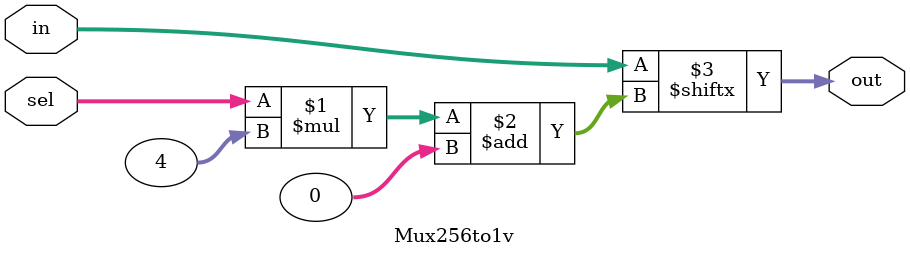
<source format=v>
module Mux256to1v( 
    input [1023:0] in,
    input [7:0] sel,
    output [3:0] out );
    assign out = in[sel*4 +: 4];
endmodule
</source>
